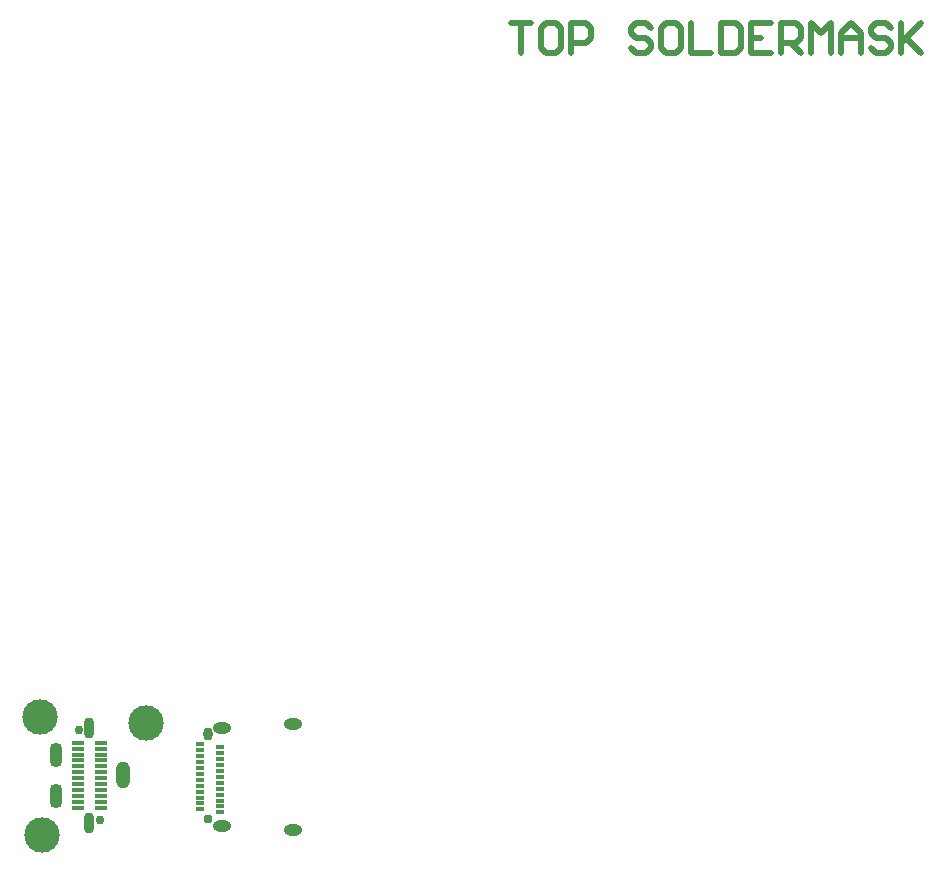
<source format=gts>
G04*
G04 #@! TF.GenerationSoftware,Altium Limited,Altium Designer,21.2.2 (38)*
G04*
G04 Layer_Color=8388736*
%FSLAX44Y44*%
%MOMM*%
G71*
G04*
G04 #@! TF.SameCoordinates,300F5DA4-18CA-4FB4-85BA-B83ED97E3C69*
G04*
G04*
G04 #@! TF.FilePolarity,Negative*
G04*
G01*
G75*
%ADD13C,0.5080*%
%ADD16R,1.1400X0.3700*%
%ADD17R,0.7800X0.3800*%
%ADD18C,3.0000*%
%ADD19O,1.2000X2.3000*%
%ADD20O,0.8500X1.8000*%
%ADD21O,1.1000X2.1000*%
%ADD22C,0.7500*%
%ADD23O,1.5400X0.9400*%
%ADD24C,0.7900*%
%ADD25O,0.7900X1.0900*%
D13*
X420179Y709811D02*
X437107D01*
X428643D01*
Y684420D01*
X458267Y709811D02*
X449803D01*
X445571Y705580D01*
Y688652D01*
X449803Y684420D01*
X458267D01*
X462499Y688652D01*
Y705580D01*
X458267Y709811D01*
X470963Y684420D02*
Y709811D01*
X483659D01*
X487891Y705580D01*
Y697116D01*
X483659Y692884D01*
X470963D01*
X538674Y705580D02*
X534442Y709811D01*
X525978D01*
X521746Y705580D01*
Y701348D01*
X525978Y697116D01*
X534442D01*
X538674Y692884D01*
Y688652D01*
X534442Y684420D01*
X525978D01*
X521746Y688652D01*
X559834Y709811D02*
X551370D01*
X547138Y705580D01*
Y688652D01*
X551370Y684420D01*
X559834D01*
X564066Y688652D01*
Y705580D01*
X559834Y709811D01*
X572530D02*
Y684420D01*
X589458D01*
X597922Y709811D02*
Y684420D01*
X610618D01*
X614850Y688652D01*
Y705580D01*
X610618Y709811D01*
X597922D01*
X640241D02*
X623313D01*
Y684420D01*
X640241D01*
X623313Y697116D02*
X631777D01*
X648705Y684420D02*
Y709811D01*
X661401D01*
X665633Y705580D01*
Y697116D01*
X661401Y692884D01*
X648705D01*
X657169D02*
X665633Y684420D01*
X674097D02*
Y709811D01*
X682561Y701348D01*
X691025Y709811D01*
Y684420D01*
X699489D02*
Y701348D01*
X707953Y709811D01*
X716417Y701348D01*
Y684420D01*
Y697116D01*
X699489D01*
X741808Y705580D02*
X737577Y709811D01*
X729113D01*
X724881Y705580D01*
Y701348D01*
X729113Y697116D01*
X737577D01*
X741808Y692884D01*
Y688652D01*
X737577Y684420D01*
X729113D01*
X724881Y688652D01*
X750273Y709811D02*
Y684420D01*
Y692884D01*
X767200Y709811D01*
X754504Y697116D01*
X767200Y684420D01*
D16*
X72980Y100800D02*
D03*
Y95800D02*
D03*
Y90800D02*
D03*
Y85800D02*
D03*
Y80800D02*
D03*
Y75800D02*
D03*
Y70800D02*
D03*
Y65800D02*
D03*
Y60800D02*
D03*
Y55800D02*
D03*
Y50800D02*
D03*
Y45800D02*
D03*
X53480D02*
D03*
Y50800D02*
D03*
Y55800D02*
D03*
Y60800D02*
D03*
Y65800D02*
D03*
Y70800D02*
D03*
Y75800D02*
D03*
Y80800D02*
D03*
Y85800D02*
D03*
Y90800D02*
D03*
Y95800D02*
D03*
Y100800D02*
D03*
D17*
X156627Y49392D02*
D03*
Y44392D02*
D03*
Y54392D02*
D03*
X156627Y59392D02*
D03*
X156627Y64392D02*
D03*
Y69392D02*
D03*
Y79392D02*
D03*
Y84392D02*
D03*
Y89392D02*
D03*
Y74392D02*
D03*
Y99392D02*
D03*
Y94392D02*
D03*
X173627Y46892D02*
D03*
Y41892D02*
D03*
Y66892D02*
D03*
Y61892D02*
D03*
Y56892D02*
D03*
Y86892D02*
D03*
X173627Y81892D02*
D03*
X173627Y76892D02*
D03*
X173627Y96892D02*
D03*
X173627Y51892D02*
D03*
X173627Y91892D02*
D03*
X173627Y71892D02*
D03*
D18*
X111327Y117441D02*
D03*
X21562Y122763D02*
D03*
X23311Y22313D02*
D03*
D19*
X91230Y73300D02*
D03*
D20*
X63230Y113400D02*
D03*
Y33200D02*
D03*
D21*
X35230Y90800D02*
D03*
Y55800D02*
D03*
D22*
X72530Y35200D02*
D03*
X54030Y111400D02*
D03*
D23*
X235227Y26992D02*
D03*
Y116792D02*
D03*
X175727Y113192D02*
D03*
Y30592D02*
D03*
D24*
X163227Y35892D02*
D03*
D25*
X163227Y107892D02*
D03*
M02*

</source>
